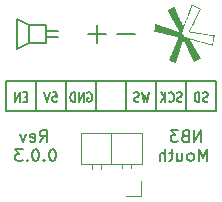
<source format=gbo>
G04 #@! TF.GenerationSoftware,KiCad,Pcbnew,9.0.2*
G04 #@! TF.CreationDate,2025-07-28T15:17:51+01:00*
G04 #@! TF.ProjectId,NB3_mouth,4e42335f-6d6f-4757-9468-2e6b69636164,0.0.3*
G04 #@! TF.SameCoordinates,PX86d97c0PY6ea0500*
G04 #@! TF.FileFunction,Legend,Bot*
G04 #@! TF.FilePolarity,Positive*
%FSLAX46Y46*%
G04 Gerber Fmt 4.6, Leading zero omitted, Abs format (unit mm)*
G04 Created by KiCad (PCBNEW 9.0.2) date 2025-07-28 15:17:51*
%MOMM*%
%LPD*%
G01*
G04 APERTURE LIST*
%ADD10C,0.150000*%
%ADD11C,0.120000*%
%ADD12C,0.000000*%
G04 APERTURE END LIST*
D10*
X6190000Y10040000D02*
X6190000Y7500000D01*
X3000000Y14750000D02*
X3000000Y13250000D01*
X1110000Y10040000D02*
X18890000Y10040000D01*
X18890000Y7500000D01*
X1110000Y7500000D01*
X1110000Y10040000D01*
X13810000Y10040000D02*
X13810000Y7500000D01*
X4500000Y14750000D02*
X4500000Y13250000D01*
X4500000Y13750000D02*
X5500000Y13750000D01*
X8730000Y10040000D02*
X8730000Y7500000D01*
X4500000Y14250000D02*
X5500000Y14250000D01*
X16350000Y10040000D02*
X16350000Y7500000D01*
X2000000Y12750000D02*
X2000000Y15250000D01*
X11270000Y10040000D02*
X11270000Y7500000D01*
X3000000Y14750000D02*
X4500000Y14750000D01*
X2000000Y15250000D02*
X3000000Y14750000D01*
X3000000Y13250000D02*
X2000000Y12750000D01*
X3650000Y10040000D02*
X3650000Y7500000D01*
X4500000Y13250000D02*
X3000000Y13250000D01*
X2896666Y8651753D02*
X2663333Y8651753D01*
X2563333Y8232705D02*
X2896666Y8232705D01*
X2896666Y8232705D02*
X2896666Y9032705D01*
X2896666Y9032705D02*
X2563333Y9032705D01*
X2263333Y8232705D02*
X2263333Y9032705D01*
X2263333Y9032705D02*
X1863333Y8232705D01*
X1863333Y8232705D02*
X1863333Y9032705D01*
X5033333Y9032705D02*
X5366666Y9032705D01*
X5366666Y9032705D02*
X5399999Y8651753D01*
X5399999Y8651753D02*
X5366666Y8689848D01*
X5366666Y8689848D02*
X5299999Y8727943D01*
X5299999Y8727943D02*
X5133333Y8727943D01*
X5133333Y8727943D02*
X5066666Y8689848D01*
X5066666Y8689848D02*
X5033333Y8651753D01*
X5033333Y8651753D02*
X4999999Y8575562D01*
X4999999Y8575562D02*
X4999999Y8385086D01*
X4999999Y8385086D02*
X5033333Y8308896D01*
X5033333Y8308896D02*
X5066666Y8270800D01*
X5066666Y8270800D02*
X5133333Y8232705D01*
X5133333Y8232705D02*
X5299999Y8232705D01*
X5299999Y8232705D02*
X5366666Y8270800D01*
X5366666Y8270800D02*
X5399999Y8308896D01*
X4799999Y9032705D02*
X4566666Y8232705D01*
X4566666Y8232705D02*
X4333332Y9032705D01*
X11999999Y14014467D02*
X10476190Y14014467D01*
X9523809Y14014467D02*
X8000000Y14014467D01*
X8761904Y13252562D02*
X8761904Y14776372D01*
X18169999Y8270800D02*
X18069999Y8232705D01*
X18069999Y8232705D02*
X17903333Y8232705D01*
X17903333Y8232705D02*
X17836666Y8270800D01*
X17836666Y8270800D02*
X17803333Y8308896D01*
X17803333Y8308896D02*
X17769999Y8385086D01*
X17769999Y8385086D02*
X17769999Y8461277D01*
X17769999Y8461277D02*
X17803333Y8537467D01*
X17803333Y8537467D02*
X17836666Y8575562D01*
X17836666Y8575562D02*
X17903333Y8613658D01*
X17903333Y8613658D02*
X18036666Y8651753D01*
X18036666Y8651753D02*
X18103333Y8689848D01*
X18103333Y8689848D02*
X18136666Y8727943D01*
X18136666Y8727943D02*
X18169999Y8804134D01*
X18169999Y8804134D02*
X18169999Y8880324D01*
X18169999Y8880324D02*
X18136666Y8956515D01*
X18136666Y8956515D02*
X18103333Y8994610D01*
X18103333Y8994610D02*
X18036666Y9032705D01*
X18036666Y9032705D02*
X17869999Y9032705D01*
X17869999Y9032705D02*
X17769999Y8994610D01*
X17469999Y8232705D02*
X17469999Y9032705D01*
X17469999Y9032705D02*
X17303332Y9032705D01*
X17303332Y9032705D02*
X17203332Y8994610D01*
X17203332Y8994610D02*
X17136666Y8918420D01*
X17136666Y8918420D02*
X17103332Y8842229D01*
X17103332Y8842229D02*
X17069999Y8689848D01*
X17069999Y8689848D02*
X17069999Y8575562D01*
X17069999Y8575562D02*
X17103332Y8423181D01*
X17103332Y8423181D02*
X17136666Y8346991D01*
X17136666Y8346991D02*
X17203332Y8270800D01*
X17203332Y8270800D02*
X17303332Y8232705D01*
X17303332Y8232705D02*
X17469999Y8232705D01*
X13173333Y9032705D02*
X13006666Y8232705D01*
X13006666Y8232705D02*
X12873333Y8804134D01*
X12873333Y8804134D02*
X12739999Y8232705D01*
X12739999Y8232705D02*
X12573333Y9032705D01*
X12339999Y8270800D02*
X12239999Y8232705D01*
X12239999Y8232705D02*
X12073333Y8232705D01*
X12073333Y8232705D02*
X12006666Y8270800D01*
X12006666Y8270800D02*
X11973333Y8308896D01*
X11973333Y8308896D02*
X11939999Y8385086D01*
X11939999Y8385086D02*
X11939999Y8461277D01*
X11939999Y8461277D02*
X11973333Y8537467D01*
X11973333Y8537467D02*
X12006666Y8575562D01*
X12006666Y8575562D02*
X12073333Y8613658D01*
X12073333Y8613658D02*
X12206666Y8651753D01*
X12206666Y8651753D02*
X12273333Y8689848D01*
X12273333Y8689848D02*
X12306666Y8727943D01*
X12306666Y8727943D02*
X12339999Y8804134D01*
X12339999Y8804134D02*
X12339999Y8880324D01*
X12339999Y8880324D02*
X12306666Y8956515D01*
X12306666Y8956515D02*
X12273333Y8994610D01*
X12273333Y8994610D02*
X12206666Y9032705D01*
X12206666Y9032705D02*
X12039999Y9032705D01*
X12039999Y9032705D02*
X11939999Y8994610D01*
X17619047Y4850153D02*
X17619047Y5850153D01*
X17619047Y5850153D02*
X17047619Y4850153D01*
X17047619Y4850153D02*
X17047619Y5850153D01*
X16238095Y5373963D02*
X16095238Y5326344D01*
X16095238Y5326344D02*
X16047619Y5278725D01*
X16047619Y5278725D02*
X16000000Y5183487D01*
X16000000Y5183487D02*
X16000000Y5040630D01*
X16000000Y5040630D02*
X16047619Y4945392D01*
X16047619Y4945392D02*
X16095238Y4897772D01*
X16095238Y4897772D02*
X16190476Y4850153D01*
X16190476Y4850153D02*
X16571428Y4850153D01*
X16571428Y4850153D02*
X16571428Y5850153D01*
X16571428Y5850153D02*
X16238095Y5850153D01*
X16238095Y5850153D02*
X16142857Y5802534D01*
X16142857Y5802534D02*
X16095238Y5754915D01*
X16095238Y5754915D02*
X16047619Y5659677D01*
X16047619Y5659677D02*
X16047619Y5564439D01*
X16047619Y5564439D02*
X16095238Y5469201D01*
X16095238Y5469201D02*
X16142857Y5421582D01*
X16142857Y5421582D02*
X16238095Y5373963D01*
X16238095Y5373963D02*
X16571428Y5373963D01*
X15666666Y5850153D02*
X15047619Y5850153D01*
X15047619Y5850153D02*
X15380952Y5469201D01*
X15380952Y5469201D02*
X15238095Y5469201D01*
X15238095Y5469201D02*
X15142857Y5421582D01*
X15142857Y5421582D02*
X15095238Y5373963D01*
X15095238Y5373963D02*
X15047619Y5278725D01*
X15047619Y5278725D02*
X15047619Y5040630D01*
X15047619Y5040630D02*
X15095238Y4945392D01*
X15095238Y4945392D02*
X15142857Y4897772D01*
X15142857Y4897772D02*
X15238095Y4850153D01*
X15238095Y4850153D02*
X15523809Y4850153D01*
X15523809Y4850153D02*
X15619047Y4897772D01*
X15619047Y4897772D02*
X15666666Y4945392D01*
X3952380Y4850153D02*
X4285713Y5326344D01*
X4523808Y4850153D02*
X4523808Y5850153D01*
X4523808Y5850153D02*
X4142856Y5850153D01*
X4142856Y5850153D02*
X4047618Y5802534D01*
X4047618Y5802534D02*
X3999999Y5754915D01*
X3999999Y5754915D02*
X3952380Y5659677D01*
X3952380Y5659677D02*
X3952380Y5516820D01*
X3952380Y5516820D02*
X3999999Y5421582D01*
X3999999Y5421582D02*
X4047618Y5373963D01*
X4047618Y5373963D02*
X4142856Y5326344D01*
X4142856Y5326344D02*
X4523808Y5326344D01*
X3142856Y4897772D02*
X3238094Y4850153D01*
X3238094Y4850153D02*
X3428570Y4850153D01*
X3428570Y4850153D02*
X3523808Y4897772D01*
X3523808Y4897772D02*
X3571427Y4993011D01*
X3571427Y4993011D02*
X3571427Y5373963D01*
X3571427Y5373963D02*
X3523808Y5469201D01*
X3523808Y5469201D02*
X3428570Y5516820D01*
X3428570Y5516820D02*
X3238094Y5516820D01*
X3238094Y5516820D02*
X3142856Y5469201D01*
X3142856Y5469201D02*
X3095237Y5373963D01*
X3095237Y5373963D02*
X3095237Y5278725D01*
X3095237Y5278725D02*
X3571427Y5183487D01*
X2761903Y5516820D02*
X2523808Y4850153D01*
X2523808Y4850153D02*
X2285713Y5516820D01*
X18071429Y3240209D02*
X18071429Y4240209D01*
X18071429Y4240209D02*
X17738096Y3525924D01*
X17738096Y3525924D02*
X17404763Y4240209D01*
X17404763Y4240209D02*
X17404763Y3240209D01*
X16785715Y3240209D02*
X16880953Y3287828D01*
X16880953Y3287828D02*
X16928572Y3335448D01*
X16928572Y3335448D02*
X16976191Y3430686D01*
X16976191Y3430686D02*
X16976191Y3716400D01*
X16976191Y3716400D02*
X16928572Y3811638D01*
X16928572Y3811638D02*
X16880953Y3859257D01*
X16880953Y3859257D02*
X16785715Y3906876D01*
X16785715Y3906876D02*
X16642858Y3906876D01*
X16642858Y3906876D02*
X16547620Y3859257D01*
X16547620Y3859257D02*
X16500001Y3811638D01*
X16500001Y3811638D02*
X16452382Y3716400D01*
X16452382Y3716400D02*
X16452382Y3430686D01*
X16452382Y3430686D02*
X16500001Y3335448D01*
X16500001Y3335448D02*
X16547620Y3287828D01*
X16547620Y3287828D02*
X16642858Y3240209D01*
X16642858Y3240209D02*
X16785715Y3240209D01*
X15595239Y3906876D02*
X15595239Y3240209D01*
X16023810Y3906876D02*
X16023810Y3383067D01*
X16023810Y3383067D02*
X15976191Y3287828D01*
X15976191Y3287828D02*
X15880953Y3240209D01*
X15880953Y3240209D02*
X15738096Y3240209D01*
X15738096Y3240209D02*
X15642858Y3287828D01*
X15642858Y3287828D02*
X15595239Y3335448D01*
X15261905Y3906876D02*
X14880953Y3906876D01*
X15119048Y4240209D02*
X15119048Y3383067D01*
X15119048Y3383067D02*
X15071429Y3287828D01*
X15071429Y3287828D02*
X14976191Y3240209D01*
X14976191Y3240209D02*
X14880953Y3240209D01*
X14547619Y3240209D02*
X14547619Y4240209D01*
X14119048Y3240209D02*
X14119048Y3764019D01*
X14119048Y3764019D02*
X14166667Y3859257D01*
X14166667Y3859257D02*
X14261905Y3906876D01*
X14261905Y3906876D02*
X14404762Y3906876D01*
X14404762Y3906876D02*
X14500000Y3859257D01*
X14500000Y3859257D02*
X14547619Y3811638D01*
X5071426Y4240209D02*
X4976188Y4240209D01*
X4976188Y4240209D02*
X4880950Y4192590D01*
X4880950Y4192590D02*
X4833331Y4144971D01*
X4833331Y4144971D02*
X4785712Y4049733D01*
X4785712Y4049733D02*
X4738093Y3859257D01*
X4738093Y3859257D02*
X4738093Y3621162D01*
X4738093Y3621162D02*
X4785712Y3430686D01*
X4785712Y3430686D02*
X4833331Y3335448D01*
X4833331Y3335448D02*
X4880950Y3287828D01*
X4880950Y3287828D02*
X4976188Y3240209D01*
X4976188Y3240209D02*
X5071426Y3240209D01*
X5071426Y3240209D02*
X5166664Y3287828D01*
X5166664Y3287828D02*
X5214283Y3335448D01*
X5214283Y3335448D02*
X5261902Y3430686D01*
X5261902Y3430686D02*
X5309521Y3621162D01*
X5309521Y3621162D02*
X5309521Y3859257D01*
X5309521Y3859257D02*
X5261902Y4049733D01*
X5261902Y4049733D02*
X5214283Y4144971D01*
X5214283Y4144971D02*
X5166664Y4192590D01*
X5166664Y4192590D02*
X5071426Y4240209D01*
X4309521Y3335448D02*
X4261902Y3287828D01*
X4261902Y3287828D02*
X4309521Y3240209D01*
X4309521Y3240209D02*
X4357140Y3287828D01*
X4357140Y3287828D02*
X4309521Y3335448D01*
X4309521Y3335448D02*
X4309521Y3240209D01*
X3642855Y4240209D02*
X3547617Y4240209D01*
X3547617Y4240209D02*
X3452379Y4192590D01*
X3452379Y4192590D02*
X3404760Y4144971D01*
X3404760Y4144971D02*
X3357141Y4049733D01*
X3357141Y4049733D02*
X3309522Y3859257D01*
X3309522Y3859257D02*
X3309522Y3621162D01*
X3309522Y3621162D02*
X3357141Y3430686D01*
X3357141Y3430686D02*
X3404760Y3335448D01*
X3404760Y3335448D02*
X3452379Y3287828D01*
X3452379Y3287828D02*
X3547617Y3240209D01*
X3547617Y3240209D02*
X3642855Y3240209D01*
X3642855Y3240209D02*
X3738093Y3287828D01*
X3738093Y3287828D02*
X3785712Y3335448D01*
X3785712Y3335448D02*
X3833331Y3430686D01*
X3833331Y3430686D02*
X3880950Y3621162D01*
X3880950Y3621162D02*
X3880950Y3859257D01*
X3880950Y3859257D02*
X3833331Y4049733D01*
X3833331Y4049733D02*
X3785712Y4144971D01*
X3785712Y4144971D02*
X3738093Y4192590D01*
X3738093Y4192590D02*
X3642855Y4240209D01*
X2880950Y3335448D02*
X2833331Y3287828D01*
X2833331Y3287828D02*
X2880950Y3240209D01*
X2880950Y3240209D02*
X2928569Y3287828D01*
X2928569Y3287828D02*
X2880950Y3335448D01*
X2880950Y3335448D02*
X2880950Y3240209D01*
X2499998Y4240209D02*
X1880951Y4240209D01*
X1880951Y4240209D02*
X2214284Y3859257D01*
X2214284Y3859257D02*
X2071427Y3859257D01*
X2071427Y3859257D02*
X1976189Y3811638D01*
X1976189Y3811638D02*
X1928570Y3764019D01*
X1928570Y3764019D02*
X1880951Y3668781D01*
X1880951Y3668781D02*
X1880951Y3430686D01*
X1880951Y3430686D02*
X1928570Y3335448D01*
X1928570Y3335448D02*
X1976189Y3287828D01*
X1976189Y3287828D02*
X2071427Y3240209D01*
X2071427Y3240209D02*
X2357141Y3240209D01*
X2357141Y3240209D02*
X2452379Y3287828D01*
X2452379Y3287828D02*
X2499998Y3335448D01*
X15979999Y8270800D02*
X15879999Y8232705D01*
X15879999Y8232705D02*
X15713333Y8232705D01*
X15713333Y8232705D02*
X15646666Y8270800D01*
X15646666Y8270800D02*
X15613333Y8308896D01*
X15613333Y8308896D02*
X15579999Y8385086D01*
X15579999Y8385086D02*
X15579999Y8461277D01*
X15579999Y8461277D02*
X15613333Y8537467D01*
X15613333Y8537467D02*
X15646666Y8575562D01*
X15646666Y8575562D02*
X15713333Y8613658D01*
X15713333Y8613658D02*
X15846666Y8651753D01*
X15846666Y8651753D02*
X15913333Y8689848D01*
X15913333Y8689848D02*
X15946666Y8727943D01*
X15946666Y8727943D02*
X15979999Y8804134D01*
X15979999Y8804134D02*
X15979999Y8880324D01*
X15979999Y8880324D02*
X15946666Y8956515D01*
X15946666Y8956515D02*
X15913333Y8994610D01*
X15913333Y8994610D02*
X15846666Y9032705D01*
X15846666Y9032705D02*
X15679999Y9032705D01*
X15679999Y9032705D02*
X15579999Y8994610D01*
X14879999Y8308896D02*
X14913332Y8270800D01*
X14913332Y8270800D02*
X15013332Y8232705D01*
X15013332Y8232705D02*
X15079999Y8232705D01*
X15079999Y8232705D02*
X15179999Y8270800D01*
X15179999Y8270800D02*
X15246666Y8346991D01*
X15246666Y8346991D02*
X15279999Y8423181D01*
X15279999Y8423181D02*
X15313332Y8575562D01*
X15313332Y8575562D02*
X15313332Y8689848D01*
X15313332Y8689848D02*
X15279999Y8842229D01*
X15279999Y8842229D02*
X15246666Y8918420D01*
X15246666Y8918420D02*
X15179999Y8994610D01*
X15179999Y8994610D02*
X15079999Y9032705D01*
X15079999Y9032705D02*
X15013332Y9032705D01*
X15013332Y9032705D02*
X14913332Y8994610D01*
X14913332Y8994610D02*
X14879999Y8956515D01*
X14579999Y8232705D02*
X14579999Y9032705D01*
X14179999Y8232705D02*
X14479999Y8689848D01*
X14179999Y9032705D02*
X14579999Y8575562D01*
X7993332Y8994610D02*
X8059999Y9032705D01*
X8059999Y9032705D02*
X8159999Y9032705D01*
X8159999Y9032705D02*
X8259999Y8994610D01*
X8259999Y8994610D02*
X8326666Y8918420D01*
X8326666Y8918420D02*
X8359999Y8842229D01*
X8359999Y8842229D02*
X8393332Y8689848D01*
X8393332Y8689848D02*
X8393332Y8575562D01*
X8393332Y8575562D02*
X8359999Y8423181D01*
X8359999Y8423181D02*
X8326666Y8346991D01*
X8326666Y8346991D02*
X8259999Y8270800D01*
X8259999Y8270800D02*
X8159999Y8232705D01*
X8159999Y8232705D02*
X8093332Y8232705D01*
X8093332Y8232705D02*
X7993332Y8270800D01*
X7993332Y8270800D02*
X7959999Y8308896D01*
X7959999Y8308896D02*
X7959999Y8575562D01*
X7959999Y8575562D02*
X8093332Y8575562D01*
X7659999Y8232705D02*
X7659999Y9032705D01*
X7659999Y9032705D02*
X7259999Y8232705D01*
X7259999Y8232705D02*
X7259999Y9032705D01*
X6926666Y8232705D02*
X6926666Y9032705D01*
X6926666Y9032705D02*
X6759999Y9032705D01*
X6759999Y9032705D02*
X6659999Y8994610D01*
X6659999Y8994610D02*
X6593333Y8918420D01*
X6593333Y8918420D02*
X6559999Y8842229D01*
X6559999Y8842229D02*
X6526666Y8689848D01*
X6526666Y8689848D02*
X6526666Y8575562D01*
X6526666Y8575562D02*
X6559999Y8423181D01*
X6559999Y8423181D02*
X6593333Y8346991D01*
X6593333Y8346991D02*
X6659999Y8270800D01*
X6659999Y8270800D02*
X6759999Y8232705D01*
X6759999Y8232705D02*
X6926666Y8232705D01*
D11*
X7405000Y5600000D02*
X12605000Y5600000D01*
X7405000Y2940000D02*
X7405000Y5600000D01*
X8355000Y2542929D02*
X8355000Y2940000D01*
X9115000Y2542929D02*
X9115000Y2940000D01*
X10005000Y2940000D02*
X10005000Y5600000D01*
X10895000Y2610000D02*
X10895000Y2940000D01*
X11275000Y230000D02*
X12545000Y230000D01*
X11655000Y2610000D02*
X11655000Y2940000D01*
X12545000Y230000D02*
X12545000Y1500000D01*
X12605000Y5600000D02*
X12605000Y2940000D01*
X12605000Y2940000D02*
X7405000Y2940000D01*
D12*
G36*
X18742656Y13772063D02*
G01*
X18736209Y13733720D01*
X18728943Y13690704D01*
X18720989Y13643786D01*
X18712479Y13593735D01*
X18703546Y13541319D01*
X18694321Y13487309D01*
X18684935Y13432473D01*
X18675521Y13377581D01*
X18666211Y13323402D01*
X18657136Y13270705D01*
X18648428Y13220260D01*
X18640219Y13172836D01*
X18632640Y13129203D01*
X18625825Y13090129D01*
X18619903Y13056384D01*
X18615008Y13028738D01*
X18611271Y13007959D01*
X18608824Y12994816D01*
X18607798Y12990080D01*
X18607719Y12990089D01*
X18602139Y12991564D01*
X18588051Y12995460D01*
X18565864Y13001661D01*
X18535985Y13010052D01*
X18498821Y13020517D01*
X18454781Y13032941D01*
X18404271Y13047210D01*
X18347700Y13063206D01*
X18285476Y13080816D01*
X18218006Y13099923D01*
X18145697Y13120412D01*
X18068958Y13142169D01*
X17988196Y13165077D01*
X17903818Y13189021D01*
X17816234Y13213885D01*
X17725849Y13239556D01*
X17633072Y13265916D01*
X17621467Y13269214D01*
X17528966Y13295495D01*
X17438910Y13321072D01*
X17351705Y13345830D01*
X17267760Y13369653D01*
X17187481Y13392426D01*
X17111277Y13414034D01*
X17039555Y13434360D01*
X16972722Y13453291D01*
X16911186Y13470710D01*
X16855356Y13486502D01*
X16805637Y13500552D01*
X16762439Y13512744D01*
X16726168Y13522963D01*
X16697232Y13531093D01*
X16676039Y13537020D01*
X16662997Y13540627D01*
X16658512Y13541800D01*
X16658913Y13541017D01*
X16663095Y13533603D01*
X16671640Y13518675D01*
X16684327Y13496615D01*
X16700936Y13467805D01*
X16721245Y13432628D01*
X16745033Y13391464D01*
X16772079Y13344697D01*
X16802162Y13292708D01*
X16835061Y13235879D01*
X16870554Y13174593D01*
X16908421Y13109231D01*
X16948440Y13040175D01*
X16990391Y12967809D01*
X17034052Y12892513D01*
X17079202Y12814669D01*
X17125620Y12734661D01*
X17145636Y12700163D01*
X17191554Y12621004D01*
X17236117Y12544161D01*
X17279101Y12470015D01*
X17320286Y12398950D01*
X17359450Y12331350D01*
X17396371Y12267596D01*
X17430827Y12208074D01*
X17462598Y12153164D01*
X17491462Y12103251D01*
X17517196Y12058717D01*
X17539579Y12019946D01*
X17558390Y11987320D01*
X17573407Y11961223D01*
X17584409Y11942038D01*
X17591174Y11930147D01*
X17593479Y11925935D01*
X17592622Y11925315D01*
X17585064Y11921087D01*
X17570367Y11913254D01*
X17549343Y11902229D01*
X17522799Y11888426D01*
X17491546Y11872258D01*
X17456391Y11854137D01*
X17418146Y11834478D01*
X17377618Y11813693D01*
X17335617Y11792196D01*
X17292953Y11770400D01*
X17250434Y11748718D01*
X17208870Y11727563D01*
X17169071Y11707348D01*
X17131844Y11688488D01*
X17098001Y11671394D01*
X17068349Y11656481D01*
X17043698Y11644161D01*
X17024858Y11634848D01*
X17012637Y11628955D01*
X17007845Y11626894D01*
X17007839Y11626897D01*
X17005611Y11631232D01*
X16999667Y11643551D01*
X16990219Y11663397D01*
X16977483Y11690312D01*
X16961669Y11723840D01*
X16942993Y11763524D01*
X16921667Y11808908D01*
X16897905Y11859536D01*
X16871919Y11914949D01*
X16843923Y11974692D01*
X16814130Y12038309D01*
X16782753Y12105342D01*
X16750006Y12175334D01*
X16716102Y12247830D01*
X16681254Y12322372D01*
X16645675Y12398503D01*
X16609579Y12475768D01*
X16573179Y12553709D01*
X16536687Y12631870D01*
X16500318Y12709794D01*
X16464285Y12787025D01*
X16428800Y12863105D01*
X16394077Y12937578D01*
X16360330Y13009988D01*
X16327771Y13079878D01*
X16296613Y13146790D01*
X16267071Y13210270D01*
X16239356Y13269859D01*
X16213684Y13325101D01*
X16190265Y13375539D01*
X16169315Y13420717D01*
X16151046Y13460179D01*
X16135671Y13493467D01*
X16123404Y13520124D01*
X16114458Y13539695D01*
X16109046Y13551723D01*
X16108247Y13551876D01*
X16106646Y13549518D01*
X16104192Y13544209D01*
X16100783Y13535636D01*
X16096321Y13523485D01*
X16090703Y13507444D01*
X16083830Y13487200D01*
X16075602Y13462438D01*
X16065916Y13432845D01*
X16054674Y13398110D01*
X16041775Y13357917D01*
X16027117Y13311955D01*
X16010602Y13259909D01*
X15992127Y13201467D01*
X15971593Y13136316D01*
X15948899Y13064141D01*
X15923945Y12984631D01*
X15896630Y12897471D01*
X15866854Y12802348D01*
X15834515Y12698950D01*
X15799515Y12586963D01*
X15796768Y12578173D01*
X15767649Y12484980D01*
X15739137Y12393738D01*
X15711369Y12304880D01*
X15684480Y12218841D01*
X15658605Y12136054D01*
X15633882Y12056955D01*
X15610444Y11981977D01*
X15588429Y11911554D01*
X15567972Y11846120D01*
X15549208Y11786111D01*
X15532274Y11731959D01*
X15517304Y11684099D01*
X15504436Y11642966D01*
X15493804Y11608992D01*
X15485544Y11582614D01*
X15479792Y11564264D01*
X15476684Y11554377D01*
X15475546Y11550786D01*
X15468745Y11529878D01*
X15462927Y11512881D01*
X15458679Y11501462D01*
X15456587Y11497285D01*
X15456499Y11497303D01*
X15451143Y11499607D01*
X15438295Y11505501D01*
X15418793Y11514586D01*
X15393473Y11526463D01*
X15363172Y11540736D01*
X15328727Y11557005D01*
X15290975Y11574873D01*
X15250752Y11593941D01*
X15208896Y11613812D01*
X15166244Y11634087D01*
X15123633Y11654369D01*
X15081899Y11674259D01*
X15041879Y11693360D01*
X15004410Y11711272D01*
X14970330Y11727599D01*
X14940474Y11741942D01*
X14915681Y11753903D01*
X14896786Y11763084D01*
X14884628Y11769086D01*
X14880042Y11771513D01*
X14880304Y11772628D01*
X14883476Y11781113D01*
X14890066Y11797607D01*
X14899913Y11821726D01*
X14912856Y11853087D01*
X14928734Y11891306D01*
X14947386Y11936001D01*
X14968651Y11986789D01*
X14992367Y12043286D01*
X15018373Y12105110D01*
X15046510Y12171876D01*
X15076614Y12243203D01*
X15108526Y12318706D01*
X15142083Y12398003D01*
X15177126Y12480711D01*
X15213493Y12566446D01*
X15251023Y12654825D01*
X15289554Y12745466D01*
X15308070Y12789008D01*
X15346148Y12878608D01*
X15383153Y12965759D01*
X15418925Y13050078D01*
X15453302Y13131181D01*
X15486122Y13208687D01*
X15517224Y13282213D01*
X15546447Y13351374D01*
X15573629Y13415790D01*
X15598609Y13475076D01*
X15621226Y13528850D01*
X15641317Y13576729D01*
X15658723Y13618331D01*
X15673281Y13653272D01*
X15684830Y13681169D01*
X15693209Y13701640D01*
X15698256Y13714302D01*
X15699810Y13718772D01*
X15698732Y13719106D01*
X15689948Y13721306D01*
X15672671Y13725447D01*
X15647307Y13731435D01*
X15614262Y13739178D01*
X15573943Y13748580D01*
X15526754Y13759549D01*
X15473103Y13771990D01*
X15413395Y13785809D01*
X15348036Y13800913D01*
X15277432Y13817208D01*
X15201988Y13834600D01*
X15122112Y13852995D01*
X15038209Y13872299D01*
X14950685Y13892419D01*
X14859945Y13913260D01*
X14766397Y13934729D01*
X14670445Y13956731D01*
X14626069Y13966905D01*
X14531147Y13988686D01*
X14438805Y14009897D01*
X14349451Y14030444D01*
X14263490Y14050234D01*
X14181329Y14069172D01*
X14103375Y14087164D01*
X14097114Y14088611D01*
X16017982Y14088611D01*
X16098055Y13932086D01*
X16099660Y13928949D01*
X16117868Y13893535D01*
X16134958Y13860585D01*
X16150414Y13831074D01*
X16163720Y13805977D01*
X16174358Y13786269D01*
X16181813Y13772923D01*
X16185568Y13766916D01*
X16186176Y13766494D01*
X16191978Y13764123D01*
X16203865Y13760073D01*
X16222009Y13754295D01*
X16246580Y13746741D01*
X16277746Y13737360D01*
X16315678Y13726104D01*
X16360546Y13712924D01*
X16412520Y13697770D01*
X16471770Y13680592D01*
X16538466Y13661343D01*
X16612778Y13639973D01*
X16694875Y13616432D01*
X16784928Y13590671D01*
X16883107Y13562641D01*
X16989581Y13532294D01*
X17104521Y13499579D01*
X17228096Y13464447D01*
X17360477Y13426850D01*
X17435569Y13405533D01*
X17535689Y13377110D01*
X17633221Y13349421D01*
X17727789Y13322573D01*
X17819019Y13296671D01*
X17906535Y13271824D01*
X17989962Y13248136D01*
X18068925Y13225716D01*
X18143048Y13204669D01*
X18211956Y13185101D01*
X18275275Y13167120D01*
X18332628Y13150832D01*
X18383641Y13136344D01*
X18427939Y13123761D01*
X18465145Y13113191D01*
X18494886Y13104741D01*
X18516786Y13098516D01*
X18530469Y13094623D01*
X18535560Y13093169D01*
X18541095Y13093548D01*
X18545687Y13101537D01*
X18546710Y13106200D01*
X18549712Y13121467D01*
X18553872Y13143957D01*
X18559046Y13172808D01*
X18565090Y13207154D01*
X18571859Y13246133D01*
X18579209Y13288881D01*
X18586996Y13334534D01*
X18595075Y13382228D01*
X18603303Y13431101D01*
X18611534Y13480288D01*
X18619625Y13528925D01*
X18627431Y13576150D01*
X18634808Y13621098D01*
X18641611Y13662905D01*
X18647697Y13700709D01*
X18652921Y13733646D01*
X18657138Y13760851D01*
X18660205Y13781462D01*
X18661977Y13794615D01*
X18662309Y13799445D01*
X18662054Y13799578D01*
X18655374Y13801170D01*
X18640527Y13804006D01*
X18618407Y13807935D01*
X18589911Y13812807D01*
X18555934Y13818469D01*
X18517372Y13824770D01*
X18475120Y13831560D01*
X18430074Y13838686D01*
X18340994Y13852677D01*
X18238557Y13868783D01*
X18135460Y13885010D01*
X18032117Y13901292D01*
X17928936Y13917564D01*
X17826331Y13933761D01*
X17724711Y13949817D01*
X17624488Y13965666D01*
X17526072Y13981244D01*
X17429876Y13996486D01*
X17336310Y14011325D01*
X17245785Y14025696D01*
X17158713Y14039534D01*
X17075504Y14052774D01*
X16996569Y14065349D01*
X16922321Y14077196D01*
X16853169Y14088248D01*
X16789525Y14098440D01*
X16731800Y14107707D01*
X16680405Y14115983D01*
X16635751Y14123203D01*
X16598250Y14129301D01*
X16568312Y14134213D01*
X16546349Y14137872D01*
X16532771Y14140214D01*
X16527990Y14141172D01*
X16528752Y14143133D01*
X16533296Y14152762D01*
X16541759Y14170088D01*
X16553957Y14194745D01*
X16569704Y14226366D01*
X16588817Y14264582D01*
X16611108Y14309029D01*
X16636395Y14359337D01*
X16664492Y14415141D01*
X16695213Y14476074D01*
X16728374Y14541767D01*
X16763790Y14611856D01*
X16801276Y14685971D01*
X16840647Y14763747D01*
X16881718Y14844816D01*
X16924304Y14928812D01*
X16968220Y15015366D01*
X17013281Y15104114D01*
X17043047Y15162729D01*
X17087396Y15250121D01*
X17130484Y15335096D01*
X17172127Y15417287D01*
X17212139Y15496326D01*
X17250334Y15571844D01*
X17286527Y15643473D01*
X17320532Y15710844D01*
X17352165Y15773591D01*
X17381239Y15831344D01*
X17407569Y15883735D01*
X17430970Y15930396D01*
X17451256Y15970959D01*
X17468241Y16005056D01*
X17481742Y16032318D01*
X17491571Y16052378D01*
X17497543Y16064866D01*
X17499473Y16069416D01*
X17498713Y16070034D01*
X17491290Y16074250D01*
X17476604Y16081975D01*
X17455434Y16092825D01*
X17428562Y16106418D01*
X17396766Y16122370D01*
X17360828Y16140298D01*
X17321529Y16159819D01*
X17279647Y16180550D01*
X17235965Y16202107D01*
X17191261Y16224107D01*
X17146317Y16246167D01*
X17101913Y16267904D01*
X17058829Y16288934D01*
X17017846Y16308874D01*
X16979744Y16327342D01*
X16945303Y16343953D01*
X16915303Y16358324D01*
X16890526Y16370073D01*
X16871751Y16378816D01*
X16859758Y16384170D01*
X16855329Y16385751D01*
X16854189Y16382812D01*
X16850001Y16371541D01*
X16842864Y16352166D01*
X16832911Y16325051D01*
X16820275Y16290557D01*
X16805089Y16249048D01*
X16787483Y16200888D01*
X16767592Y16146438D01*
X16745548Y16086062D01*
X16721483Y16020124D01*
X16695529Y15948985D01*
X16667820Y15873010D01*
X16638487Y15792561D01*
X16607663Y15708001D01*
X16575480Y15619692D01*
X16542071Y15528000D01*
X16507569Y15433285D01*
X16472106Y15335911D01*
X16435815Y15236241D01*
X16017982Y14088611D01*
X14097114Y14088611D01*
X14030035Y14104115D01*
X13961715Y14119932D01*
X13898822Y14134519D01*
X13841763Y14147784D01*
X13790944Y14159630D01*
X13746771Y14169965D01*
X13709652Y14178694D01*
X13679993Y14185722D01*
X13658201Y14190955D01*
X13644682Y14194300D01*
X13639843Y14195661D01*
X13639807Y14195723D01*
X13640215Y14201294D01*
X13642179Y14215045D01*
X13645533Y14236067D01*
X13650110Y14263447D01*
X13655746Y14296275D01*
X13662273Y14333639D01*
X13669525Y14374629D01*
X13677336Y14418332D01*
X13685541Y14463838D01*
X13693972Y14510236D01*
X13702464Y14556615D01*
X13710851Y14602063D01*
X13718966Y14645669D01*
X13726643Y14686522D01*
X13733717Y14723712D01*
X13740020Y14756326D01*
X13745387Y14783454D01*
X13749652Y14804185D01*
X13752649Y14817607D01*
X13754210Y14822810D01*
X13756479Y14822267D01*
X13766967Y14819050D01*
X13785627Y14813076D01*
X13812072Y14804472D01*
X13845911Y14793371D01*
X13886754Y14779900D01*
X13934213Y14764190D01*
X13987898Y14746370D01*
X14047419Y14726571D01*
X14112386Y14704921D01*
X14182412Y14681551D01*
X14257105Y14656590D01*
X14336077Y14630168D01*
X14418937Y14602415D01*
X14505298Y14573460D01*
X14594768Y14543433D01*
X14686959Y14512464D01*
X14781482Y14480683D01*
X14847504Y14458475D01*
X14940409Y14427232D01*
X15030695Y14396877D01*
X15117973Y14367540D01*
X15201856Y14339352D01*
X15281955Y14312443D01*
X15357880Y14286943D01*
X15429245Y14262983D01*
X15495660Y14240693D01*
X15556737Y14220203D01*
X15612088Y14201644D01*
X15661323Y14185146D01*
X15704055Y14170839D01*
X15739896Y14158854D01*
X15768456Y14149320D01*
X15789347Y14142370D01*
X15802181Y14138132D01*
X15806569Y14136737D01*
X15805816Y14138161D01*
X15801038Y14146836D01*
X15792028Y14163074D01*
X15778987Y14186516D01*
X15762117Y14216801D01*
X15741617Y14253570D01*
X15717690Y14296461D01*
X15690536Y14345115D01*
X15660357Y14399172D01*
X15627353Y14458272D01*
X15591726Y14522054D01*
X15553677Y14590158D01*
X15513406Y14662225D01*
X15471116Y14737894D01*
X15427007Y14816805D01*
X15381280Y14898597D01*
X15334136Y14982912D01*
X15285777Y15069388D01*
X15257393Y15120154D01*
X15209744Y15205443D01*
X15163453Y15288382D01*
X15118720Y15368609D01*
X15075746Y15445762D01*
X15034730Y15519481D01*
X14995873Y15589405D01*
X14959373Y15655172D01*
X14925432Y15716420D01*
X14894249Y15772789D01*
X14866024Y15823918D01*
X14840957Y15869444D01*
X14819248Y15909008D01*
X14801096Y15942246D01*
X14786703Y15968799D01*
X14776268Y15988305D01*
X14769990Y16000403D01*
X14768070Y16004731D01*
X14768668Y16005135D01*
X14775740Y16009042D01*
X14790028Y16016602D01*
X14810717Y16027398D01*
X14836991Y16041013D01*
X14868033Y16057031D01*
X14903029Y16075035D01*
X14941161Y16094609D01*
X14981613Y16115335D01*
X15023570Y16136797D01*
X15066215Y16158579D01*
X15108732Y16180264D01*
X15150305Y16201435D01*
X15190118Y16221676D01*
X15227354Y16240569D01*
X15261199Y16257699D01*
X15290835Y16272649D01*
X15315447Y16285002D01*
X15334218Y16294341D01*
X15346332Y16300250D01*
X15350974Y16302312D01*
X15351421Y16301612D01*
X15355115Y16294076D01*
X15362353Y16278597D01*
X15372954Y16255577D01*
X15386734Y16225420D01*
X15403512Y16188530D01*
X15423105Y16145311D01*
X15445333Y16096165D01*
X15470012Y16041497D01*
X15496960Y15981709D01*
X15525996Y15917206D01*
X15556938Y15848390D01*
X15589603Y15775665D01*
X15623809Y15699436D01*
X15659375Y15620104D01*
X15696118Y15538074D01*
X15733856Y15453749D01*
X15749213Y15419421D01*
X15786574Y15335945D01*
X15822862Y15254911D01*
X15857895Y15176723D01*
X15891490Y15101787D01*
X15923467Y15030507D01*
X15953644Y14963287D01*
X15981837Y14900532D01*
X16007866Y14842646D01*
X16031548Y14790035D01*
X16052701Y14743101D01*
X16071144Y14702251D01*
X16086694Y14667889D01*
X16099170Y14640418D01*
X16108389Y14620245D01*
X16114170Y14607772D01*
X16116331Y14603405D01*
X16116356Y14603413D01*
X16118407Y14608123D01*
X16123484Y14621169D01*
X16131439Y14642153D01*
X16142127Y14670677D01*
X16155401Y14706342D01*
X16171115Y14748750D01*
X16189121Y14797503D01*
X16209275Y14852202D01*
X16231428Y14912449D01*
X16255435Y14977845D01*
X16281149Y15047993D01*
X16308424Y15122494D01*
X16337112Y15200948D01*
X16367069Y15282959D01*
X16398147Y15368128D01*
X16430199Y15456056D01*
X16463079Y15546345D01*
X16464960Y15551511D01*
X16497818Y15641756D01*
X16529842Y15729662D01*
X16560886Y15814827D01*
X16590802Y15896851D01*
X16619444Y15975332D01*
X16646664Y16049868D01*
X16672315Y16120059D01*
X16696251Y16185503D01*
X16718325Y16245799D01*
X16738390Y16300545D01*
X16756299Y16349340D01*
X16771905Y16391783D01*
X16785060Y16427472D01*
X16795619Y16456006D01*
X16803434Y16476985D01*
X16808358Y16490005D01*
X16810245Y16494667D01*
X16810743Y16494646D01*
X16817650Y16492009D01*
X16832168Y16485616D01*
X16853717Y16475745D01*
X16881714Y16462672D01*
X16915576Y16446674D01*
X16954723Y16428028D01*
X16998572Y16407011D01*
X17046541Y16383900D01*
X17098048Y16358971D01*
X17152511Y16332502D01*
X17209349Y16304770D01*
X17225725Y16296765D01*
X17282004Y16269261D01*
X17335757Y16243006D01*
X17386400Y16218282D01*
X17433347Y16195375D01*
X17476014Y16174571D01*
X17513816Y16156153D01*
X17546168Y16140407D01*
X17572487Y16127617D01*
X17592187Y16118070D01*
X17604683Y16112048D01*
X17609391Y16109838D01*
X17608900Y16108336D01*
X17604814Y16099398D01*
X17596793Y16082738D01*
X17585021Y16058724D01*
X17569684Y16027723D01*
X17550967Y15990105D01*
X17529054Y15946236D01*
X17504132Y15896486D01*
X17476385Y15841221D01*
X17445997Y15780810D01*
X17413154Y15715621D01*
X17378041Y15646022D01*
X17340844Y15572381D01*
X17301746Y15495065D01*
X17260933Y15414444D01*
X17218590Y15330885D01*
X17174902Y15244756D01*
X17130054Y15156424D01*
X17103662Y15104460D01*
X17059441Y15017359D01*
X17016467Y14932675D01*
X16974927Y14850775D01*
X16935007Y14772029D01*
X16896893Y14696804D01*
X16860771Y14625468D01*
X16826827Y14558390D01*
X16795247Y14495938D01*
X16766217Y14438480D01*
X16739924Y14386385D01*
X16716553Y14340021D01*
X16696291Y14299755D01*
X16679323Y14265957D01*
X16665837Y14238995D01*
X16656017Y14219236D01*
X16650050Y14207049D01*
X16648122Y14202802D01*
X16649702Y14202479D01*
X16659471Y14200809D01*
X16677805Y14197790D01*
X16704297Y14193486D01*
X16738538Y14187962D01*
X16780119Y14181284D01*
X16828633Y14173517D01*
X16883671Y14164725D01*
X16944824Y14154973D01*
X17011685Y14144328D01*
X17083845Y14132852D01*
X17160895Y14120613D01*
X17242428Y14107675D01*
X17328035Y14094102D01*
X17417308Y14079960D01*
X17509838Y14065314D01*
X17605217Y14050229D01*
X17703037Y14034770D01*
X17759213Y14025893D01*
X17855689Y14010641D01*
X17949492Y13995800D01*
X18040214Y13981437D01*
X18127444Y13967615D01*
X18210777Y13954401D01*
X18289802Y13941858D01*
X18364112Y13930053D01*
X18433298Y13919049D01*
X18496953Y13908913D01*
X18554667Y13899708D01*
X18606032Y13891501D01*
X18650640Y13884356D01*
X18688082Y13878338D01*
X18717951Y13873511D01*
X18739837Y13869942D01*
X18753333Y13867695D01*
X18758030Y13866835D01*
X18757616Y13863331D01*
X18755764Y13851369D01*
X18752565Y13831657D01*
X18748152Y13804965D01*
X18747230Y13799445D01*
X18742656Y13772063D01*
G37*
M02*

</source>
